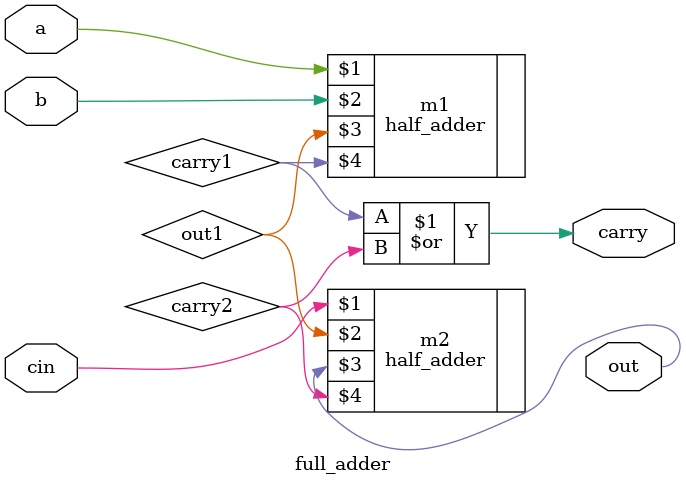
<source format=v>
`include "half_adder_1.v"
module full_adder(a,b,cin,out,carry);
input a,b,cin;
output carry,out;

half_adder m1 (a,b,out1,carry1);
half_adder m2 (cin,out1,out,carry2);
or         m3 (carry,carry1,carry2);

endmodule

</source>
